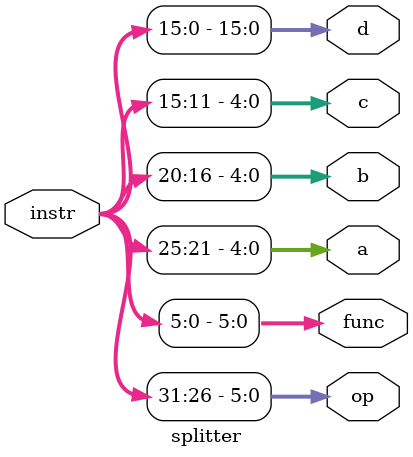
<source format=v>
module splitter(op, a,b,c,d, func, instr);
	output[5:0] op;
	output[5:0] func;
	output[4:0] a,b,c;
	output[15:0] d;
	input[31:0] instr;
	assign d = instr[15:0];
	assign a = instr[25:21];
	assign b = instr[20:16];
	assign c = instr[15:11];
	assign op = instr[31:26];
	assign func = instr[5:0];
endmodule

</source>
